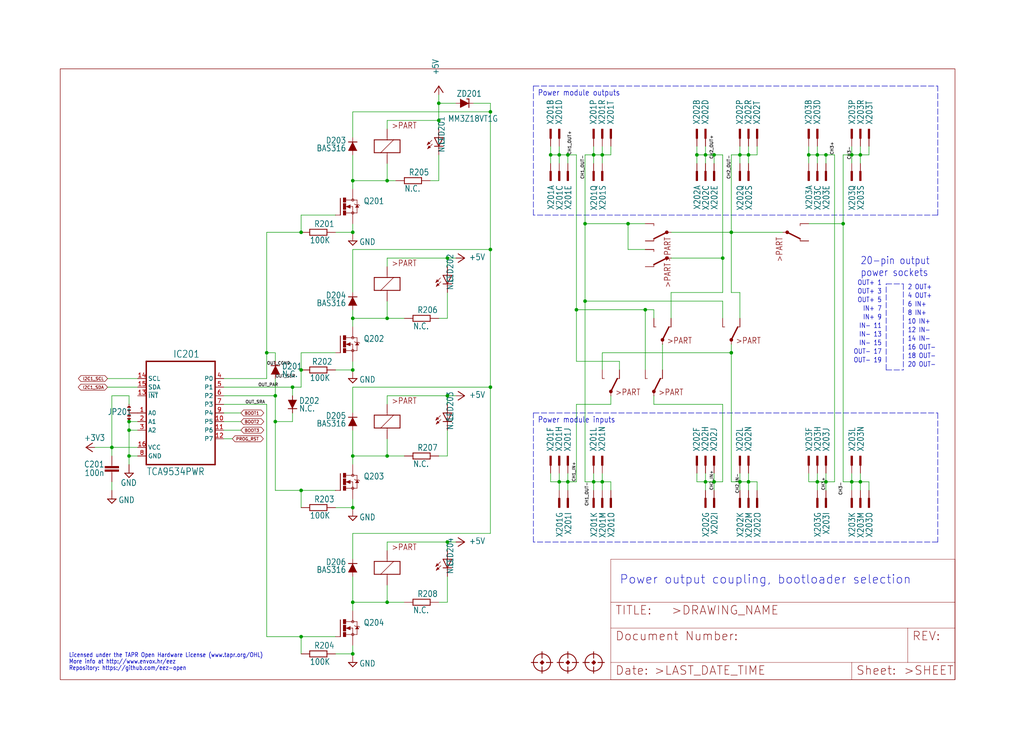
<source format=kicad_sch>
(kicad_sch (version 20211123) (generator eeschema)
  (paper "User" 302.311 221.386)
  (junction (at 190.5 91.44))
  (junction (at 170.18 91.44))
  (junction (at 177.8 45.72))
  (junction (at 81.28 124.46))
  (junction (at 215.9 104.14))
  (junction (at 114.3 93.98))
  (junction (at 38.1 124.46))
  (junction (at 104.14 134.62))
  (junction (at 104.14 53.34))
  (junction (at 254 45.72))
  (junction (at 78.74 104.14))
  (junction (at 144.78 114.3))
  (junction (at 167.64 45.72))
  (junction (at 129.54 35.56))
  (junction (at 254 142.24))
  (junction (at 172.72 66.04))
  (junction (at 251.46 142.24))
  (junction (at 241.3 45.72))
  (junction (at 88.9 68.58))
  (junction (at 33.02 132.08))
  (junction (at 208.28 45.72))
  (junction (at 185.42 66.04))
  (junction (at 210.82 45.72))
  (junction (at 162.56 45.72))
  (junction (at 243.84 45.72))
  (junction (at 205.74 45.72))
  (junction (at 165.1 142.24))
  (junction (at 104.14 193.04))
  (junction (at 88.9 144.78))
  (junction (at 243.84 142.24))
  (junction (at 104.14 149.86))
  (junction (at 114.3 177.8))
  (junction (at 215.9 68.58))
  (junction (at 104.14 93.98))
  (junction (at 238.76 45.72))
  (junction (at 241.3 142.24))
  (junction (at 38.1 134.62))
  (junction (at 175.26 142.24))
  (junction (at 132.08 116.84))
  (junction (at 38.1 127))
  (junction (at 177.8 142.24))
  (junction (at 220.98 45.72))
  (junction (at 172.72 88.9))
  (junction (at 218.44 142.24))
  (junction (at 104.14 177.8))
  (junction (at 132.08 160.02))
  (junction (at 248.92 66.04))
  (junction (at 208.28 142.24))
  (junction (at 218.44 45.72))
  (junction (at 165.1 45.72))
  (junction (at 251.46 45.72))
  (junction (at 81.28 116.84))
  (junction (at 86.36 114.3))
  (junction (at 144.78 73.66))
  (junction (at 129.54 30.48))
  (junction (at 144.78 33.02))
  (junction (at 210.82 142.24))
  (junction (at 114.3 53.34))
  (junction (at 220.98 142.24))
  (junction (at 213.36 76.2))
  (junction (at 104.14 68.58))
  (junction (at 175.26 45.72))
  (junction (at 167.64 142.24))
  (junction (at 104.14 109.22))
  (junction (at 88.9 187.96))
  (junction (at 132.08 76.2))
  (junction (at 114.3 134.62))
  (junction (at 88.9 109.22))
  (wire (pts (xy 114.3 76.2) (xy 114.3 78.74)))
  (wire (pts (xy 129.54 35.56) (xy 129.54 38.1)))
  (wire (pts (xy 246.38 142.24) (xy 246.38 45.72)))
  (wire (pts (xy 167.64 45.72) (xy 170.18 45.72)))
  (wire (pts (xy 66.04 121.92) (xy 71.12 121.92)))
  (wire (pts (xy 177.8 142.24) (xy 177.8 139.7)))
  (wire (pts (xy 144.78 157.48) (xy 144.78 114.3)))
  (wire (pts (xy 66.04 129.54) (xy 68.58 129.54)))
  (wire (pts (xy 66.04 114.3) (xy 86.36 114.3)))
  (wire (pts (xy 251.46 142.24) (xy 254 142.24)))
  (wire (pts (xy 66.04 116.84) (xy 81.28 116.84)))
  (wire (pts (xy 182.88 109.22) (xy 182.88 106.68)))
  (wire (pts (xy 78.74 119.38) (xy 78.74 187.96)))
  (wire (pts (xy 190.5 91.44) (xy 190.5 109.22)))
  (wire (pts (xy 165.1 45.72) (xy 167.64 45.72)))
  (wire (pts (xy 190.5 66.04) (xy 185.42 66.04)))
  (wire (pts (xy 114.3 134.62) (xy 114.3 129.54)))
  (wire (pts (xy 170.18 45.72) (xy 170.18 91.44)))
  (wire (pts (xy 248.92 142.24) (xy 248.92 66.04)))
  (wire (pts (xy 33.02 142.24) (xy 33.02 144.78)))
  (wire (pts (xy 193.04 116.84) (xy 193.04 119.38)))
  (polyline (pts (xy 157.48 25.4) (xy 276.86 25.4)))
  (wire (pts (xy 86.36 124.46) (xy 81.28 124.46)))
  (wire (pts (xy 238.76 142.24) (xy 238.76 139.7)))
  (wire (pts (xy 177.8 104.14) (xy 215.9 104.14)))
  (wire (pts (xy 40.64 114.3) (xy 31.75 114.3)))
  (wire (pts (xy 172.72 88.9) (xy 172.72 142.24)))
  (polyline (pts (xy 261.62 83.82) (xy 266.7 83.82)))
  (wire (pts (xy 243.84 45.72) (xy 246.38 45.72)))
  (wire (pts (xy 175.26 139.7) (xy 175.26 142.24)))
  (wire (pts (xy 254 144.78) (xy 254 142.24)))
  (wire (pts (xy 170.18 119.38) (xy 180.34 119.38)))
  (wire (pts (xy 134.62 116.84) (xy 132.08 116.84)))
  (wire (pts (xy 248.92 142.24) (xy 251.46 142.24)))
  (wire (pts (xy 180.34 45.72) (xy 180.34 43.18)))
  (wire (pts (xy 254 45.72) (xy 251.46 45.72)))
  (wire (pts (xy 223.52 45.72) (xy 223.52 43.18)))
  (wire (pts (xy 132.08 177.8) (xy 132.08 170.18)))
  (wire (pts (xy 210.82 142.24) (xy 208.28 142.24)))
  (wire (pts (xy 162.56 142.24) (xy 162.56 139.7)))
  (wire (pts (xy 220.98 45.72) (xy 218.44 45.72)))
  (wire (pts (xy 104.14 157.48) (xy 144.78 157.48)))
  (wire (pts (xy 215.9 104.14) (xy 215.9 142.24)))
  (wire (pts (xy 241.3 142.24) (xy 243.84 142.24)))
  (wire (pts (xy 213.36 76.2) (xy 213.36 45.72)))
  (wire (pts (xy 208.28 45.72) (xy 205.74 45.72)))
  (wire (pts (xy 114.3 119.38) (xy 114.3 116.84)))
  (wire (pts (xy 220.98 142.24) (xy 223.52 142.24)))
  (wire (pts (xy 210.82 139.7) (xy 210.82 142.24)))
  (wire (pts (xy 165.1 144.78) (xy 165.1 142.24)))
  (wire (pts (xy 104.14 68.58) (xy 99.06 68.58)))
  (wire (pts (xy 241.3 142.24) (xy 238.76 142.24)))
  (wire (pts (xy 167.64 144.78) (xy 167.64 142.24)))
  (wire (pts (xy 104.14 114.3) (xy 144.78 114.3)))
  (wire (pts (xy 172.72 88.9) (xy 172.72 66.04)))
  (wire (pts (xy 104.14 33.02) (xy 144.78 33.02)))
  (wire (pts (xy 78.74 68.58) (xy 88.9 68.58)))
  (wire (pts (xy 205.74 43.18) (xy 205.74 45.72)))
  (wire (pts (xy 88.9 144.78) (xy 81.28 144.78)))
  (wire (pts (xy 256.54 45.72) (xy 254 45.72)))
  (wire (pts (xy 175.26 142.24) (xy 172.72 142.24)))
  (wire (pts (xy 162.56 45.72) (xy 165.1 45.72)))
  (wire (pts (xy 114.3 35.56) (xy 114.3 38.1)))
  (wire (pts (xy 241.3 144.78) (xy 241.3 142.24)))
  (wire (pts (xy 210.82 144.78) (xy 210.82 142.24)))
  (polyline (pts (xy 261.62 109.22) (xy 261.62 83.82)))
  (wire (pts (xy 104.14 93.98) (xy 104.14 91.44)))
  (wire (pts (xy 193.04 91.44) (xy 190.5 91.44)))
  (wire (pts (xy 104.14 134.62) (xy 104.14 127)))
  (wire (pts (xy 167.64 48.26) (xy 167.64 45.72)))
  (wire (pts (xy 132.08 116.84) (xy 132.08 119.38)))
  (wire (pts (xy 81.28 124.46) (xy 81.28 144.78)))
  (polyline (pts (xy 276.86 121.92) (xy 276.86 160.02)))
  (wire (pts (xy 40.64 134.62) (xy 38.1 134.62)))
  (wire (pts (xy 104.14 55.88) (xy 104.14 53.34)))
  (wire (pts (xy 254 139.7) (xy 254 142.24)))
  (wire (pts (xy 78.74 111.76) (xy 78.74 104.14)))
  (wire (pts (xy 193.04 119.38) (xy 213.36 119.38)))
  (wire (pts (xy 170.18 142.24) (xy 170.18 119.38)))
  (wire (pts (xy 205.74 45.72) (xy 205.74 48.26)))
  (wire (pts (xy 208.28 142.24) (xy 205.74 142.24)))
  (polyline (pts (xy 157.48 121.92) (xy 276.86 121.92)))
  (wire (pts (xy 33.02 116.84) (xy 33.02 132.08)))
  (wire (pts (xy 256.54 43.18) (xy 256.54 45.72)))
  (wire (pts (xy 88.9 109.22) (xy 88.9 114.3)))
  (wire (pts (xy 144.78 114.3) (xy 144.78 73.66)))
  (wire (pts (xy 78.74 104.14) (xy 81.28 104.14)))
  (wire (pts (xy 190.5 73.66) (xy 185.42 73.66)))
  (wire (pts (xy 114.3 35.56) (xy 129.54 35.56)))
  (wire (pts (xy 248.92 66.04) (xy 248.92 45.72)))
  (wire (pts (xy 177.8 48.26) (xy 177.8 45.72)))
  (wire (pts (xy 251.46 45.72) (xy 248.92 45.72)))
  (wire (pts (xy 195.58 109.22) (xy 195.58 101.6)))
  (wire (pts (xy 243.84 139.7) (xy 243.84 142.24)))
  (wire (pts (xy 241.3 139.7) (xy 241.3 142.24)))
  (wire (pts (xy 175.26 45.72) (xy 177.8 45.72)))
  (wire (pts (xy 86.36 114.3) (xy 88.9 114.3)))
  (wire (pts (xy 213.36 86.36) (xy 213.36 76.2)))
  (wire (pts (xy 220.98 144.78) (xy 220.98 142.24)))
  (wire (pts (xy 129.54 30.48) (xy 129.54 35.56)))
  (wire (pts (xy 88.9 149.86) (xy 88.9 144.78)))
  (wire (pts (xy 114.3 93.98) (xy 104.14 93.98)))
  (wire (pts (xy 78.74 104.14) (xy 78.74 68.58)))
  (wire (pts (xy 114.3 116.84) (xy 132.08 116.84)))
  (wire (pts (xy 38.1 124.46) (xy 38.1 127)))
  (wire (pts (xy 208.28 144.78) (xy 208.28 142.24)))
  (wire (pts (xy 177.8 109.22) (xy 177.8 104.14)))
  (wire (pts (xy 215.9 104.14) (xy 215.9 101.6)))
  (wire (pts (xy 243.84 45.72) (xy 241.3 45.72)))
  (wire (pts (xy 104.14 96.52) (xy 104.14 93.98)))
  (wire (pts (xy 114.3 53.34) (xy 104.14 53.34)))
  (wire (pts (xy 86.36 121.92) (xy 86.36 124.46)))
  (wire (pts (xy 167.64 142.24) (xy 170.18 142.24)))
  (wire (pts (xy 177.8 142.24) (xy 175.26 142.24)))
  (wire (pts (xy 208.28 139.7) (xy 208.28 142.24)))
  (wire (pts (xy 182.88 106.68) (xy 170.18 106.68)))
  (wire (pts (xy 104.14 40.64) (xy 104.14 33.02)))
  (wire (pts (xy 218.44 142.24) (xy 220.98 142.24)))
  (wire (pts (xy 218.44 139.7) (xy 218.44 142.24)))
  (wire (pts (xy 208.28 45.72) (xy 210.82 45.72)))
  (wire (pts (xy 198.12 86.36) (xy 213.36 86.36)))
  (wire (pts (xy 185.42 73.66) (xy 185.42 66.04)))
  (wire (pts (xy 40.64 132.08) (xy 33.02 132.08)))
  (polyline (pts (xy 276.86 63.5) (xy 157.48 63.5)))
  (wire (pts (xy 114.3 53.34) (xy 116.84 53.34)))
  (wire (pts (xy 104.14 66.04) (xy 104.14 68.58)))
  (polyline (pts (xy 276.86 160.02) (xy 157.48 160.02)))
  (wire (pts (xy 165.1 142.24) (xy 167.64 142.24)))
  (wire (pts (xy 132.08 134.62) (xy 132.08 127)))
  (wire (pts (xy 99.06 104.14) (xy 88.9 104.14)))
  (wire (pts (xy 218.44 86.36) (xy 215.9 86.36)))
  (wire (pts (xy 238.76 66.04) (xy 248.92 66.04)))
  (wire (pts (xy 254 45.72) (xy 254 43.18)))
  (wire (pts (xy 88.9 187.96) (xy 88.9 193.04)))
  (wire (pts (xy 33.02 134.62) (xy 33.02 132.08)))
  (wire (pts (xy 241.3 45.72) (xy 238.76 45.72)))
  (wire (pts (xy 38.1 134.62) (xy 38.1 137.16)))
  (wire (pts (xy 175.26 144.78) (xy 175.26 142.24)))
  (wire (pts (xy 218.44 142.24) (xy 215.9 142.24)))
  (wire (pts (xy 127 53.34) (xy 129.54 53.34)))
  (wire (pts (xy 238.76 48.26) (xy 238.76 45.72)))
  (wire (pts (xy 104.14 53.34) (xy 104.14 45.72)))
  (wire (pts (xy 99.06 144.78) (xy 88.9 144.78)))
  (wire (pts (xy 129.54 134.62) (xy 132.08 134.62)))
  (wire (pts (xy 223.52 45.72) (xy 220.98 45.72)))
  (wire (pts (xy 251.46 45.72) (xy 251.46 48.26)))
  (wire (pts (xy 205.74 142.24) (xy 205.74 139.7)))
  (wire (pts (xy 238.76 45.72) (xy 238.76 43.18)))
  (wire (pts (xy 66.04 127) (xy 71.12 127)))
  (wire (pts (xy 208.28 45.72) (xy 208.28 48.26)))
  (wire (pts (xy 241.3 43.18) (xy 241.3 45.72)))
  (wire (pts (xy 66.04 119.38) (xy 78.74 119.38)))
  (wire (pts (xy 114.3 48.26) (xy 114.3 53.34)))
  (wire (pts (xy 218.44 48.26) (xy 218.44 45.72)))
  (wire (pts (xy 177.8 45.72) (xy 177.8 43.18)))
  (wire (pts (xy 218.44 93.98) (xy 218.44 86.36)))
  (wire (pts (xy 180.34 119.38) (xy 180.34 116.84)))
  (wire (pts (xy 104.14 73.66) (xy 144.78 73.66)))
  (wire (pts (xy 213.36 142.24) (xy 213.36 119.38)))
  (wire (pts (xy 38.1 127) (xy 38.1 134.62)))
  (wire (pts (xy 177.8 144.78) (xy 177.8 142.24)))
  (wire (pts (xy 38.1 119.38) (xy 38.1 116.84)))
  (wire (pts (xy 114.3 160.02) (xy 132.08 160.02)))
  (wire (pts (xy 114.3 172.72) (xy 114.3 177.8)))
  (wire (pts (xy 210.82 45.72) (xy 213.36 45.72)))
  (wire (pts (xy 215.9 68.58) (xy 215.9 45.72)))
  (wire (pts (xy 132.08 76.2) (xy 132.08 78.74)))
  (wire (pts (xy 38.1 116.84) (xy 33.02 116.84)))
  (wire (pts (xy 162.56 142.24) (xy 165.1 142.24)))
  (wire (pts (xy 241.3 48.26) (xy 241.3 45.72)))
  (wire (pts (xy 104.14 86.36) (xy 104.14 73.66)))
  (wire (pts (xy 81.28 104.14) (xy 81.28 106.68)))
  (wire (pts (xy 215.9 86.36) (xy 215.9 68.58)))
  (wire (pts (xy 114.3 93.98) (xy 119.38 93.98)))
  (wire (pts (xy 198.12 93.98) (xy 198.12 86.36)))
  (wire (pts (xy 165.1 142.24) (xy 165.1 139.7)))
  (wire (pts (xy 81.28 116.84) (xy 81.28 124.46)))
  (polyline (pts (xy 261.62 109.22) (xy 266.7 109.22)))
  (wire (pts (xy 40.64 127) (xy 38.1 127)))
  (wire (pts (xy 134.62 160.02) (xy 132.08 160.02)))
  (wire (pts (xy 243.84 142.24) (xy 246.38 142.24)))
  (wire (pts (xy 254 45.72) (xy 254 48.26)))
  (wire (pts (xy 218.44 45.72) (xy 215.9 45.72)))
  (polyline (pts (xy 266.7 83.82) (xy 266.7 109.22)))
  (wire (pts (xy 175.26 43.18) (xy 175.26 45.72)))
  (wire (pts (xy 104.14 180.34) (xy 104.14 177.8)))
  (wire (pts (xy 220.98 139.7) (xy 220.98 142.24)))
  (wire (pts (xy 251.46 139.7) (xy 251.46 142.24)))
  (wire (pts (xy 129.54 27.94) (xy 129.54 30.48)))
  (wire (pts (xy 167.64 142.24) (xy 167.64 139.7)))
  (wire (pts (xy 177.8 45.72) (xy 180.34 45.72)))
  (wire (pts (xy 88.9 109.22) (xy 88.9 104.14)))
  (wire (pts (xy 104.14 121.92) (xy 104.14 114.3)))
  (wire (pts (xy 129.54 93.98) (xy 132.08 93.98)))
  (wire (pts (xy 81.28 116.84) (xy 81.28 111.76)))
  (wire (pts (xy 172.72 45.72) (xy 175.26 45.72)))
  (wire (pts (xy 88.9 187.96) (xy 78.74 187.96)))
  (wire (pts (xy 144.78 30.48) (xy 144.78 33.02)))
  (wire (pts (xy 180.34 142.24) (xy 180.34 144.78)))
  (wire (pts (xy 215.9 68.58) (xy 198.12 68.58)))
  (wire (pts (xy 180.34 142.24) (xy 177.8 142.24)))
  (wire (pts (xy 198.12 76.2) (xy 213.36 76.2)))
  (wire (pts (xy 165.1 43.18) (xy 165.1 45.72)))
  (wire (pts (xy 213.36 88.9) (xy 172.72 88.9)))
  (polyline (pts (xy 157.48 160.02) (xy 157.48 121.92)))
  (wire (pts (xy 193.04 93.98) (xy 193.04 91.44)))
  (wire (pts (xy 162.56 45.72) (xy 162.56 43.18)))
  (wire (pts (xy 129.54 177.8) (xy 132.08 177.8)))
  (wire (pts (xy 114.3 134.62) (xy 104.14 134.62)))
  (wire (pts (xy 104.14 149.86) (xy 104.14 147.32)))
  (wire (pts (xy 114.3 76.2) (xy 132.08 76.2)))
  (wire (pts (xy 251.46 43.18) (xy 251.46 45.72)))
  (wire (pts (xy 134.62 30.48) (xy 129.54 30.48)))
  (wire (pts (xy 254 142.24) (xy 256.54 142.24)))
  (wire (pts (xy 99.06 187.96) (xy 88.9 187.96)))
  (wire (pts (xy 104.14 190.5) (xy 104.14 193.04)))
  (wire (pts (xy 99.06 63.5) (xy 88.9 63.5)))
  (wire (pts (xy 114.3 160.02) (xy 114.3 162.56)))
  (polyline (pts (xy 276.86 63.5) (xy 276.86 25.4)))
  (wire (pts (xy 208.28 43.18) (xy 208.28 45.72)))
  (wire (pts (xy 220.98 45.72) (xy 220.98 43.18)))
  (wire (pts (xy 104.14 149.86) (xy 99.06 149.86)))
  (wire (pts (xy 114.3 88.9) (xy 114.3 93.98)))
  (wire (pts (xy 132.08 93.98) (xy 132.08 86.36)))
  (wire (pts (xy 220.98 48.26) (xy 220.98 45.72)))
  (wire (pts (xy 104.14 109.22) (xy 99.06 109.22)))
  (wire (pts (xy 162.56 48.26) (xy 162.56 45.72)))
  (wire (pts (xy 40.64 124.46) (xy 38.1 124.46)))
  (wire (pts (xy 134.62 76.2) (xy 132.08 76.2)))
  (wire (pts (xy 66.04 111.76) (xy 78.74 111.76)))
  (wire (pts (xy 144.78 73.66) (xy 144.78 33.02)))
  (wire (pts (xy 119.38 134.62) (xy 114.3 134.62)))
  (wire (pts (xy 132.08 160.02) (xy 132.08 162.56)))
  (wire (pts (xy 104.14 165.1) (xy 104.14 157.48)))
  (wire (pts (xy 243.84 142.24) (xy 243.84 144.78)))
  (wire (pts (xy 33.02 132.08) (xy 27.94 132.08)))
  (wire (pts (xy 256.54 142.24) (xy 256.54 144.78)))
  (wire (pts (xy 40.64 111.76) (xy 31.75 111.76)))
  (wire (pts (xy 66.04 124.46) (xy 71.12 124.46)))
  (wire (pts (xy 104.14 137.16) (xy 104.14 134.62)))
  (wire (pts (xy 218.44 142.24) (xy 218.44 144.78)))
  (wire (pts (xy 165.1 45.72) (xy 165.1 48.26)))
  (wire (pts (xy 114.3 177.8) (xy 119.38 177.8)))
  (wire (pts (xy 170.18 106.68) (xy 170.18 91.44)))
  (wire (pts (xy 213.36 93.98) (xy 213.36 88.9)))
  (wire (pts (xy 175.26 48.26) (xy 175.26 45.72)))
  (wire (pts (xy 104.14 106.68) (xy 104.14 109.22)))
  (wire (pts (xy 251.46 144.78) (xy 251.46 142.24)))
  (wire (pts (xy 215.9 68.58) (xy 231.14 68.58)))
  (wire (pts (xy 218.44 45.72) (xy 218.44 43.18)))
  (wire (pts (xy 114.3 177.8) (xy 104.14 177.8)))
  (wire (pts (xy 104.14 177.8) (xy 104.14 170.18)))
  (wire (pts (xy 88.9 68.58) (xy 88.9 63.5)))
  (wire (pts (xy 129.54 53.34) (xy 129.54 45.72)))
  (wire (pts (xy 99.06 193.04) (xy 104.14 193.04)))
  (wire (pts (xy 172.72 66.04) (xy 172.72 45.72)))
  (wire (pts (xy 190.5 91.44) (xy 170.18 91.44)))
  (polyline (pts (xy 157.48 63.5) (xy 157.48 25.4)))
  (wire (pts (xy 243.84 48.26) (xy 243.84 45.72)))
  (wire (pts (xy 223.52 142.24) (xy 223.52 144.78)))
  (wire (pts (xy 210.82 45.72) (xy 210.82 48.26)))
  (wire (pts (xy 185.42 66.04) (xy 172.72 66.04)))
  (wire (pts (xy 86.36 116.84) (xy 86.36 114.3)))
  (wire (pts (xy 139.7 30.48) (xy 144.78 30.48)))
  (wire (pts (xy 210.82 142.24) (xy 213.36 142.24)))
  (text "18 OUT-" (at 267.97 106.045 180) (effects (font (size 1.4224 1.209)) (justify left bottom)))
  (text "Power module inputs" (at 158.75 125.095 180) (effects (font (size 1.6764 1.4249)) (justify left bottom)))
  (text "Repository: https://github.com/eez-open" (at 20.32 198.12 180) (effects (font (size 1.27 1.0795)) (justify left bottom)))
  (text "4 OUT+" (at 267.97 88.265 180) (effects (font (size 1.4224 1.209)) (justify left bottom)))
  (text "20 OUT-" (at 267.97 108.585 180) (effects (font (size 1.4224 1.209)) (justify left bottom)))
  (text "20-pin output\npower sockets" (at 254 81.915 180) (effects (font (size 2.1844 1.8567)) (justify left bottom)))
  (text "OUT- 19" (at 260.35 107.315 180) (effects (font (size 1.4224 1.209)) (justify right bottom)))
  (text "OUT+ 1" (at 260.35 84.455 180) (effects (font (size 1.4224 1.209)) (justify right bottom)))
  (text "OUT+ 5" (at 260.35 89.535 180) (effects (font (size 1.4224 1.209)) (justify right bottom)))
  (text "Power output coupling, bootloader selection" (at 182.88 172.72 180) (effects (font (size 2.54 2.54)) (justify left bottom)))
  (text "OUT+ 3" (at 260.35 86.995 180) (effects (font (size 1.4224 1.209)) (justify right bottom)))
  (text "16 OUT-" (at 267.97 103.505 180) (effects (font (size 1.4224 1.209)) (justify left bottom)))
  (text "Licensed under the TAPR Open Hardware License (www.tapr.org/OHL)" (at 20.32 194.31 180) (effects (font (size 1.27 1.0795)) (justify left bottom)))
  (text "IN- 13" (at 260.35 99.695 180) (effects (font (size 1.4224 1.209)) (justify right bottom)))
  (text "8 IN+" (at 267.97 93.345 180) (effects (font (size 1.4224 1.209)) (justify left bottom)))
  (text "2 OUT+" (at 267.97 85.725 180) (effects (font (size 1.4224 1.209)) (justify left bottom)))
  (text "12 IN-" (at 267.97 98.425 180) (effects (font (size 1.4224 1.209)) (justify left bottom)))
  (text "OUT- 17" (at 260.35 104.775 180) (effects (font (size 1.4224 1.209)) (justify right bottom)))
  (text "6 IN+" (at 267.97 90.805 180) (effects (font (size 1.4224 1.209)) (justify left bottom)))
  (text "10 IN+" (at 267.97 95.885 180) (effects (font (size 1.4224 1.209)) (justify left bottom)))
  (text "More info at http://www.envox.hr/eez" (at 20.32 196.215 180) (effects (font (size 1.27 1.0795)) (justify left bottom)))
  (text "Power module outputs" (at 158.75 28.575 180) (effects (font (size 1.6764 1.4249)) (justify left bottom)))
  (text "IN- 11" (at 260.35 97.155 180) (effects (font (size 1.4224 1.209)) (justify right bottom)))
  (text "IN+ 7" (at 260.35 92.075 180) (effects (font (size 1.4224 1.209)) (justify right bottom)))
  (text "IN- 15" (at 260.35 102.235 180) (effects (font (size 1.4224 1.209)) (justify right bottom)))
  (text "14 IN-" (at 267.97 100.965 180) (effects (font (size 1.4224 1.209)) (justify left bottom)))
  (text "IN+ 9" (at 260.35 94.615 180) (effects (font (size 1.4224 1.209)) (justify right bottom)))
  (label "OUT_CGND" (at 78.74 107.95 0) (effects (font (size 0.889 0.889))))
  (label "OUT_SRA" (at 72.39 119.38 0) (effects (font (size 0.889 0.889))))
  (label "CH2_OUT+" (at 210.82 46.99 90) (effects (font (size 0.889 0.889))))
  (label "CH1_IN+" (at 170.18 142.24 90) (effects (font (size 0.889 0.889))))
  (label "CH1_OUT+" (at 168.91 45.72 90) (effects (font (size 0.889 0.889))))
  (label "CH1_OUT-" (at 172.72 45.72 270) (effects (font (size 0.889 0.889))))
  (label "CH3+" (at 246.38 45.72 90) (effects (font (size 0.889 0.889))))
  (label "CH2_IN-" (at 218.44 139.7 270) (effects (font (size 0.889 0.889))))
  (label "OUT_SER" (at 81.28 111.76 0) (effects (font (size 0.889 0.889))))
  (label "OUT_PAR" (at 76.2 114.3 0) (effects (font (size 0.889 0.889))))
  (label "CH2_IN+" (at 210.82 144.78 90) (effects (font (size 0.889 0.889))))
  (label "CH3-" (at 248.92 142.24 270) (effects (font (size 0.889 0.889))))
  (label "CH2_OUT-" (at 215.9 45.72 270) (effects (font (size 0.889 0.889))))
  (label "CH1_OUT-" (at 173.99 142.24 270) (effects (font (size 0.889 0.889))))
  (label "CH3+" (at 243.84 144.78 90) (effects (font (size 0.889 0.889))))
  (label "CH3-" (at 251.46 43.18 270) (effects (font (size 0.889 0.889))))
  (global_label "BOOT2" (shape bidirectional) (at 71.12 124.46 0) (effects (font (size 0.889 0.889))) (property "Intersheet References" "${INTERSHEET_REFS}" (effects hide)))
  (global_label "I2C1_SDA" (shape bidirectional) (at 31.75 114.3 180) (effects (font (size 0.889 0.889))) (property "Intersheet References" "${INTERSHEET_REFS}" (effects hide)))
  (global_label "I2C1_SCL" (shape bidirectional) (at 31.75 111.76 180) (effects (font (size 0.889 0.889))) (property "Intersheet References" "${INTERSHEET_REFS}" (effects hide)))
  (global_label "BOOT3" (shape bidirectional) (at 71.12 127 0) (effects (font (size 0.889 0.889))) (property "Intersheet References" "${INTERSHEET_REFS}" (effects hide)))
  (global_label "PROG_RST" (shape bidirectional) (at 68.58 129.54 0) (effects (font (size 0.889 0.889))) (property "Intersheet References" "${INTERSHEET_REFS}" (effects hide)))
  (global_label "BOOT1" (shape bidirectional) (at 71.12 121.92 0) (effects (font (size 0.889 0.889))) (property "Intersheet References" "${INTERSHEET_REFS}" (effects hide)))
  (symbol (lib_id "EEZ_DIB_BP3C_r3B3-eagle-import:2N7002") (at 101.6 101.6 0) (unit 1)
    (property "Reference" "Q202" (at 107.315 100.965 0) (effects (font (size 1.778 1.5113)) (justify left bottom)))
    (property "Value" "2N7002" (at 107.315 103.505 0) (effects (font (size 1.778 1.5113)) (justify left bottom)))
    (property "Footprint" "EEZ_DIB_BP3C_r3B3:SOT103P240X110-3N" (effects hide))
  )
  (symbol (lib_id "EEZ_DIB_BP3C_r3B3-eagle-import:DS1021-210SF11") (at 162.56 43.18 270) (unit 2)
    (property "Reference" "X201" (at 163.449 36.83 0) (effects (font (size 1.778 1.5113)) (justify right top)))
    (property "Value" "ZL202-20G" (effects hide))
    (property "Footprint" "EEZ_DIB_BP3C_r3B3:DS1021-2*10SF11" (effects hide))
  )
  (symbol (lib_id "EEZ_DIB_BP3C_r3B3-eagle-import:DS1021-210SF11") (at 220.98 144.78 90) (unit 13)
    (property "Reference" "X202" (at 220.091 151.13 0) (effects (font (size 1.778 1.5113)) (justify right top)))
    (property "Value" "ZL202-20G" (effects hide))
    (property "Footprint" "EEZ_DIB_BP3C_r3B3:DS1021-2*10SF11" (effects hide))
  )
  (symbol (lib_id "EEZ_DIB_BP3C_r3B3-eagle-import:DS1021-210SF11") (at 256.54 144.78 90) (unit 15)
    (property "Reference" "X203" (at 255.651 151.13 0) (effects (font (size 1.778 1.5113)) (justify right top)))
    (property "Value" "ZL202-20G" (effects hide))
    (property "Footprint" "EEZ_DIB_BP3C_r3B3:DS1021-2*10SF11" (effects hide))
  )
  (symbol (lib_id "EEZ_DIB_BP3C_r3B3-eagle-import:DS1021-210SF11") (at 243.84 48.26 90) (unit 5)
    (property "Reference" "X203" (at 242.951 54.61 0) (effects (font (size 1.778 1.5113)) (justify right top)))
    (property "Value" "ZL202-20G" (effects hide))
    (property "Footprint" "EEZ_DIB_BP3C_r3B3:DS1021-2*10SF11" (effects hide))
  )
  (symbol (lib_id "EEZ_DIB_BP3C_r3B3-eagle-import:2N7002") (at 101.6 142.24 0) (unit 1)
    (property "Reference" "Q203" (at 107.315 141.605 0) (effects (font (size 1.778 1.5113)) (justify left bottom)))
    (property "Value" "2N7002" (at 107.315 144.145 0) (effects (font (size 1.778 1.5113)) (justify left bottom)))
    (property "Footprint" "EEZ_DIB_BP3C_r3B3:SOT103P240X110-3N" (effects hide))
  )
  (symbol (lib_id "EEZ_DIB_BP3C_r3B3-eagle-import:R-EU_R0805") (at 124.46 177.8 180) (unit 1)
    (property "Reference" "R208" (at 123.19 176.3014 0) (effects (font (size 1.778 1.5113)) (justify right top)))
    (property "Value" "N.C." (at 121.92 181.102 0) (effects (font (size 1.778 1.5113)) (justify right top)))
    (property "Footprint" "EEZ_DIB_BP3C_r3B3:R0805" (effects hide))
  )
  (symbol (lib_id "EEZ_DIB_BP3C_r3B3-eagle-import:R-EU_R0805") (at 93.98 193.04 180) (unit 1)
    (property "Reference" "R204" (at 92.71 191.5414 0) (effects (font (size 1.778 1.5113)) (justify right top)))
    (property "Value" "100K" (at 91.44 196.342 0) (effects (font (size 1.778 1.5113)) (justify right top)))
    (property "Footprint" "EEZ_DIB_BP3C_r3B3:R0805" (effects hide))
  )
  (symbol (lib_id "EEZ_DIB_BP3C_r3B3-eagle-import:2N7002") (at 101.6 185.42 0) (unit 1)
    (property "Reference" "Q204" (at 107.315 184.785 0) (effects (font (size 1.778 1.5113)) (justify left bottom)))
    (property "Value" "2N7002" (at 107.315 187.325 0) (effects (font (size 1.778 1.5113)) (justify left bottom)))
    (property "Footprint" "EEZ_DIB_BP3C_r3B3:SOT103P240X110-3N" (effects hide))
  )
  (symbol (lib_id "EEZ_DIB_BP3C_r3B3-eagle-import:+5V") (at 137.16 116.84 270) (unit 1)
    (property "Reference" "#P+0203" (effects hide))
    (property "Value" "+5V" (at 138.43 115.57 90) (effects (font (size 1.778 1.5113)) (justify left top)))
    (property "Footprint" "EEZ_DIB_BP3C_r3B3:" (effects hide))
  )
  (symbol (lib_id "EEZ_DIB_BP3C_r3B3-eagle-import:DS1021-210SF11") (at 241.3 144.78 90) (unit 7)
    (property "Reference" "X203" (at 240.411 151.13 0) (effects (font (size 1.778 1.5113)) (justify right top)))
    (property "Value" "ZL202-20G" (effects hide))
    (property "Footprint" "EEZ_DIB_BP3C_r3B3:DS1021-2*10SF11" (effects hide))
  )
  (symbol (lib_id "EEZ_DIB_BP3C_r3B3-eagle-import:+3V3") (at 25.4 132.08 90) (unit 1)
    (property "Reference" "#+3V0201" (effects hide))
    (property "Value" "+3V3" (at 24.765 128.27 90) (effects (font (size 1.778 1.5113)) (justify right bottom)))
    (property "Footprint" "EEZ_DIB_BP3C_r3B3:" (effects hide))
  )
  (symbol (lib_id "EEZ_DIB_BP3C_r3B3-eagle-import:RELAY_RT314012-2") (at 114.3 43.18 0) (unit 1)
    (property "Reference" "K201" (effects hide))
    (property "Value" "RT424005" (effects hide))
    (property "Footprint" "EEZ_DIB_BP3C_r3B3:RT-C_016A5_ROUND" (effects hide))
  )
  (symbol (lib_id "EEZ_DIB_BP3C_r3B3-eagle-import:DS1021-210SF11") (at 210.82 48.26 90) (unit 5)
    (property "Reference" "X202" (at 209.931 54.61 0) (effects (font (size 1.778 1.5113)) (justify right top)))
    (property "Value" "ZL202-20G" (effects hide))
    (property "Footprint" "EEZ_DIB_BP3C_r3B3:DS1021-2*10SF11" (effects hide))
  )
  (symbol (lib_id "EEZ_DIB_BP3C_r3B3-eagle-import:DS1021-210SF11") (at 180.34 144.78 90) (unit 15)
    (property "Reference" "X201" (at 179.451 151.13 0) (effects (font (size 1.778 1.5113)) (justify right top)))
    (property "Value" "ZL202-20G" (effects hide))
    (property "Footprint" "EEZ_DIB_BP3C_r3B3:DS1021-2*10SF11" (effects hide))
  )
  (symbol (lib_id "EEZ_DIB_BP3C_r3B3-eagle-import:GND") (at 38.1 139.7 0) (unit 1)
    (property "Reference" "#SUPPLY0202" (effects hide))
    (property "Value" "GND" (at 35.56 143.51 0) (effects (font (size 1.778 1.5113)) (justify left bottom)))
    (property "Footprint" "EEZ_DIB_BP3C_r3B3:" (effects hide))
  )
  (symbol (lib_id "EEZ_DIB_BP3C_r3B3-eagle-import:DS1021-210SF11") (at 175.26 48.26 90) (unit 17)
    (property "Reference" "X201" (at 174.371 54.61 0) (effects (font (size 1.778 1.5113)) (justify right top)))
    (property "Value" "ZL202-20G" (effects hide))
    (property "Footprint" "EEZ_DIB_BP3C_r3B3:DS1021-2*10SF11" (effects hide))
  )
  (symbol (lib_id "EEZ_DIB_BP3C_r3B3-eagle-import:DS1021-210SF11") (at 208.28 43.18 270) (unit 4)
    (property "Reference" "X202" (at 209.169 36.83 0) (effects (font (size 1.778 1.5113)) (justify right top)))
    (property "Value" "ZL202-20G" (effects hide))
    (property "Footprint" "EEZ_DIB_BP3C_r3B3:DS1021-2*10SF11" (effects hide))
  )
  (symbol (lib_id "EEZ_DIB_BP3C_r3B3-eagle-import:FIDUCIAL") (at 175.26 195.58 0) (unit 1)
    (property "Reference" "FM203" (effects hide))
    (property "Value" "FIDUCIAL" (effects hide))
    (property "Footprint" "EEZ_DIB_BP3C_r3B3:FIDUCIAL" (effects hide))
  )
  (symbol (lib_id "EEZ_DIB_BP3C_r3B3-eagle-import:GND") (at 33.02 147.32 0) (unit 1)
    (property "Reference" "#SUPPLY0201" (effects hide))
    (property "Value" "GND" (at 34.925 148.59 0) (effects (font (size 1.778 1.5113)) (justify left bottom)))
    (property "Footprint" "EEZ_DIB_BP3C_r3B3:" (effects hide))
  )
  (symbol (lib_id "EEZ_DIB_BP3C_r3B3-eagle-import:DS1021-210SF11") (at 254 144.78 90) (unit 13)
    (property "Reference" "X203" (at 253.111 151.13 0) (effects (font (size 1.778 1.5113)) (justify right top)))
    (property "Value" "ZL202-20G" (effects hide))
    (property "Footprint" "EEZ_DIB_BP3C_r3B3:DS1021-2*10SF11" (effects hide))
  )
  (symbol (lib_id "EEZ_DIB_BP3C_r3B3-eagle-import:DS1021-210SF11") (at 167.64 144.78 90) (unit 9)
    (property "Reference" "X201" (at 166.751 151.13 0) (effects (font (size 1.778 1.5113)) (justify right top)))
    (property "Value" "ZL202-20G" (effects hide))
    (property "Footprint" "EEZ_DIB_BP3C_r3B3:DS1021-2*10SF11" (effects hide))
  )
  (symbol (lib_id "EEZ_DIB_BP3C_r3B3-eagle-import:GND") (at 104.14 195.58 0) (unit 1)
    (property "Reference" "#SUPPLY0206" (effects hide))
    (property "Value" "GND" (at 106.045 196.85 0) (effects (font (size 1.778 1.5113)) (justify left bottom)))
    (property "Footprint" "EEZ_DIB_BP3C_r3B3:" (effects hide))
  )
  (symbol (lib_id "EEZ_DIB_BP3C_r3B3-eagle-import:DS1021-210SF11") (at 165.1 139.7 270) (unit 8)
    (property "Reference" "X201" (at 165.989 133.35 0) (effects (font (size 1.778 1.5113)) (justify right top)))
    (property "Value" "ZL202-20G" (effects hide))
    (property "Footprint" "EEZ_DIB_BP3C_r3B3:DS1021-2*10SF11" (effects hide))
  )
  (symbol (lib_id "EEZ_DIB_BP3C_r3B3-eagle-import:DS1021-210SF11") (at 238.76 43.18 270) (unit 2)
    (property "Reference" "X203" (at 239.649 36.83 0) (effects (font (size 1.778 1.5113)) (justify right top)))
    (property "Value" "ZL202-20G" (effects hide))
    (property "Footprint" "EEZ_DIB_BP3C_r3B3:DS1021-2*10SF11" (effects hide))
  )
  (symbol (lib_id "EEZ_DIB_BP3C_r3B3-eagle-import:DS1021-210SF11") (at 205.74 43.18 270) (unit 2)
    (property "Reference" "X202" (at 206.629 36.83 0) (effects (font (size 1.778 1.5113)) (justify right top)))
    (property "Value" "ZL202-20G" (effects hide))
    (property "Footprint" "EEZ_DIB_BP3C_r3B3:DS1021-2*10SF11" (effects hide))
  )
  (symbol (lib_id "EEZ_DIB_BP3C_r3B3-eagle-import:DIODESOD323R") (at 104.14 43.18 90) (unit 1)
    (property "Reference" "D203" (at 102.235 40.4876 90) (effects (font (size 1.778 1.5113)) (justify left bottom)))
    (property "Value" "BAS316" (at 102.235 42.7736 90) (effects (font (size 1.778 1.5113)) (justify left bottom)))
    (property "Footprint" "EEZ_DIB_BP3C_r3B3:SOD323-R" (effects hide))
  )
  (symbol (lib_id "EEZ_DIB_BP3C_r3B3-eagle-import:DS1021-210SF11") (at 205.74 139.7 270) (unit 6)
    (property "Reference" "X202" (at 206.629 133.35 0) (effects (font (size 1.778 1.5113)) (justify right top)))
    (property "Value" "ZL202-20G" (effects hide))
    (property "Footprint" "EEZ_DIB_BP3C_r3B3:DS1021-2*10SF11" (effects hide))
  )
  (symbol (lib_id "EEZ_DIB_BP3C_r3B3-eagle-import:DIODESOD323R") (at 104.14 88.9 90) (unit 1)
    (property "Reference" "D204" (at 102.235 86.2076 90) (effects (font (size 1.778 1.5113)) (justify left bottom)))
    (property "Value" "BAS316" (at 102.235 88.4936 90) (effects (font (size 1.778 1.5113)) (justify left bottom)))
    (property "Footprint" "EEZ_DIB_BP3C_r3B3:SOD323-R" (effects hide))
  )
  (symbol (lib_id "EEZ_DIB_BP3C_r3B3-eagle-import:C-EUC0603") (at 33.02 137.16 0) (unit 1)
    (property "Reference" "C201" (at 30.861 138.049 0) (effects (font (size 1.778 1.5113)) (justify right bottom)))
    (property "Value" "100n" (at 30.861 140.589 0) (effects (font (size 1.778 1.5113)) (justify right bottom)))
    (property "Footprint" "EEZ_DIB_BP3C_r3B3:C0603" (effects hide))
  )
  (symbol (lib_id "EEZ_DIB_BP3C_r3B3-eagle-import:DS1021-210SF11") (at 210.82 144.78 90) (unit 9)
    (property "Reference" "X202" (at 209.931 151.13 0) (effects (font (size 1.778 1.5113)) (justify right top)))
    (property "Value" "ZL202-20G" (effects hide))
    (property "Footprint" "EEZ_DIB_BP3C_r3B3:DS1021-2*10SF11" (effects hide))
  )
  (symbol (lib_id "EEZ_DIB_BP3C_r3B3-eagle-import:DS1021-210SF11") (at 251.46 139.7 90) (mirror x) (unit 12)
    (property "Reference" "X203" (at 250.571 133.35 0) (effects (font (size 1.778 1.5113)) (justify right top)))
    (property "Value" "ZL202-20G" (effects hide))
    (property "Footprint" "EEZ_DIB_BP3C_r3B3:DS1021-2*10SF11" (effects hide))
  )
  (symbol (lib_id "EEZ_DIB_BP3C_r3B3-eagle-import:DS1021-210SF11") (at 223.52 43.18 270) (unit 20)
    (property "Reference" "X202" (at 224.409 36.83 0) (effects (font (size 1.778 1.5113)) (justify right top)))
    (property "Value" "ZL202-20G" (effects hide))
    (property "Footprint" "EEZ_DIB_BP3C_r3B3:DS1021-2*10SF11" (effects hide))
  )
  (symbol (lib_id "EEZ_DIB_BP3C_r3B3-eagle-import:DS1021-210SF11") (at 220.98 48.26 90) (unit 19)
    (property "Reference" "X202" (at 220.091 54.61 0) (effects (font (size 1.778 1.5113)) (justify right top)))
    (property "Value" "ZL202-20G" (effects hide))
    (property "Footprint" "EEZ_DIB_BP3C_r3B3:DS1021-2*10SF11" (effects hide))
  )
  (symbol (lib_id "EEZ_DIB_BP3C_r3B3-eagle-import:DS1021-210SF11") (at 238.76 139.7 90) (mirror x) (unit 6)
    (property "Reference" "X203" (at 237.871 133.35 0) (effects (font (size 1.778 1.5113)) (justify right top)))
    (property "Value" "ZL202-20G" (effects hide))
    (property "Footprint" "EEZ_DIB_BP3C_r3B3:DS1021-2*10SF11" (effects hide))
  )
  (symbol (lib_id "EEZ_DIB_BP3C_r3B3-eagle-import:GND") (at 104.14 111.76 0) (unit 1)
    (property "Reference" "#SUPPLY0204" (effects hide))
    (property "Value" "GND" (at 106.045 113.03 0) (effects (font (size 1.778 1.5113)) (justify left bottom)))
    (property "Footprint" "EEZ_DIB_BP3C_r3B3:" (effects hide))
  )
  (symbol (lib_id "EEZ_DIB_BP3C_r3B3-eagle-import:RELAY_RT314012-2") (at 215.9 101.6 0) (unit 3)
    (property "Reference" "K202" (effects hide))
    (property "Value" "RT424005" (effects hide))
    (property "Footprint" "EEZ_DIB_BP3C_r3B3:RT-C_016A5_ROUND" (effects hide))
  )
  (symbol (lib_id "EEZ_DIB_BP3C_r3B3-eagle-import:RELAY_RT314012-2") (at 114.3 167.64 0) (unit 1)
    (property "Reference" "K204" (effects hide))
    (property "Value" "RT424005" (effects hide))
    (property "Footprint" "EEZ_DIB_BP3C_r3B3:RT-C_016A5_ROUND" (effects hide))
  )
  (symbol (lib_id "EEZ_DIB_BP3C_r3B3-eagle-import:DS1021-210SF11") (at 218.44 139.7 270) (unit 12)
    (property "Reference" "X202" (at 219.329 133.35 0) (effects (font (size 1.778 1.5113)) (justify right top)))
    (property "Value" "ZL202-20G" (effects hide))
    (property "Footprint" "EEZ_DIB_BP3C_r3B3:DS1021-2*10SF11" (effects hide))
  )
  (symbol (lib_id "EEZ_DIB_BP3C_r3B3-eagle-import:DS1021-210SF11") (at 210.82 139.7 270) (unit 10)
    (property "Reference" "X202" (at 211.709 133.35 0) (effects (font (size 1.778 1.5113)) (justify right top)))
    (property "Value" "ZL202-20G" (effects hide))
    (property "Footprint" "EEZ_DIB_BP3C_r3B3:DS1021-2*10SF11" (effects hide))
  )
  (symbol (lib_id "EEZ_DIB_BP3C_r3B3-eagle-import:DS1021-210SF11") (at 175.26 43.18 270) (unit 16)
    (property "Reference" "X201" (at 176.149 36.83 0) (effects (font (size 1.778 1.5113)) (justify right top)))
    (property "Value" "ZL202-20G" (effects hide))
    (property "Footprint" "EEZ_DIB_BP3C_r3B3:DS1021-2*10SF11" (effects hide))
  )
  (symbol (lib_id "EEZ_DIB_BP3C_r3B3-eagle-import:DS1021-210SF11") (at 162.56 48.26 90) (unit 1)
    (property "Reference" "X201" (at 161.671 54.61 0) (effects (font (size 1.778 1.5113)) (justify right top)))
    (property "Value" "ZL202-20G" (effects hide))
    (property "Footprint" "EEZ_DIB_BP3C_r3B3:DS1021-2*10SF11" (effects hide))
  )
  (symbol (lib_id "EEZ_DIB_BP3C_r3B3-eagle-import:DS1021-210SF11") (at 177.8 144.78 90) (unit 13)
    (property "Reference" "X201" (at 176.911 151.13 0) (effects (font (size 1.778 1.5113)) (justify right top)))
    (property "Value" "ZL202-20G" (effects hide))
    (property "Footprint" "EEZ_DIB_BP3C_r3B3:DS1021-2*10SF11" (effects hide))
  )
  (symbol (lib_id "EEZ_DIB_BP3C_r3B3-eagle-import:R-EU_R0805") (at 121.92 53.34 180) (unit 1)
    (property "Reference" "R205" (at 120.65 51.8414 0) (effects (font (size 1.778 1.5113)) (justify right top)))
    (property "Value" "N.C." (at 119.38 56.642 0) (effects (font (size 1.778 1.5113)) (justify right top)))
    (property "Footprint" "EEZ_DIB_BP3C_r3B3:R0805" (effects hide))
  )
  (symbol (lib_id "EEZ_DIB_BP3C_r3B3-eagle-import:DS1021-210SF11") (at 162.56 139.7 270) (unit 6)
    (property "Reference" "X201" (at 163.449 133.35 0) (effects (font (size 1.778 1.5113)) (justify right top)))
    (property "Value" "ZL202-20G" (effects hide))
    (property "Footprint" "EEZ_DIB_BP3C_r3B3:DS1021-2*10SF11" (effects hide))
  )
  (symbol (lib_id "EEZ_DIB_BP3C_r3B3-eagle-import:DS1021-210SF11") (at 220.98 139.7 270) (unit 14)
    (property "Reference" "X202" (at 221.869 133.35 0) (effects (font (size 1.778 1.5113)) (justify right top)))
    (property "Value" "ZL202-20G" (effects hide))
    (property "Footprint" "EEZ_DIB_BP3C_r3B3:DS1021-2*10SF11" (effects hide))
  )
  (symbol (lib_id "EEZ_DIB_BP3C_r3B3-eagle-import:+5V") (at 137.16 160.02 270) (unit 1)
    (property "Reference" "#P+0204" (effects hide))
    (property "Value" "+5V" (at 138.43 158.75 90) (effects (font (size 1.778 1.5113)) (justify left top)))
    (property "Footprint" "EEZ_DIB_BP3C_r3B3:" (effects hide))
  )
  (symbol (lib_id "EEZ_DIB_BP3C_r3B3-eagle-import:DS1021-210SF11") (at 165.1 48.26 90) (unit 3)
    (property "Reference" "X201" (at 164.211 54.61 0) (effects (font (size 1.778 1.5113)) (justify right top)))
    (property "Value" "ZL202-20G" (effects hide))
    (property "Footprint" "EEZ_DIB_BP3C_r3B3:DS1021-2*10SF11" (effects hide))
  )
  (symbol (lib_id "EEZ_DIB_BP3C_r3B3-eagle-import:DS1021-210SF11") (at 175.26 144.78 90) (unit 11)
    (property "Reference" "X201" (at 174.371 151.13 0) (effects (font (size 1.778 1.5113)) (justify right top)))
    (property "Value" "ZL202-20G" (effects hide))
    (property "Footprint" "EEZ_DIB_BP3C_r3B3:DS1021-2*10SF11" (effects hide))
  )
  (symbol (lib_id "EEZ_DIB_BP3C_r3B3-eagle-import:DS1021-210SF11") (at 165.1 144.78 90) (unit 7)
    (property "Reference" "X201" (at 164.211 151.13 0) (effects (font (size 1.778 1.5113)) (justify right top)))
    (property "Value" "ZL202-20G" (effects hide))
    (property "Footprint" "EEZ_DIB_BP3C_r3B3:DS1021-2*10SF11" (effects hide))
  )
  (symbol (lib_id "EEZ_DIB_BP3C_r3B3-eagle-import:DS1021-210SF11") (at 251.46 144.78 90) (unit 11)
    (property "Reference" "X203" (at 250.571 151.13 0) (effects (font (size 1.778 1.5113)) (justify right top)))
    (property "Value" "ZL202-20G" (effects hide))
    (property "Footprint" "EEZ_DIB_BP3C_r3B3:DS1021-2*10SF11" (effects hide))
  )
  (symbol (lib_id "EEZ_DIB_BP3C_r3B3-eagle-import:DS1021-210SF11") (at 208.28 48.26 90) (unit 3)
    (property "Reference" "X202" (at 207.391 54.61 0) (effects (font (size 1.778 1.5113)) (justify right top)))
    (property "Value" "ZL202-20G" (effects hide))
    (property "Footprint" "EEZ_DIB_BP3C_r3B3:DS1021-2*10SF11" (effects hide))
  )
  (symbol (lib_id "EEZ_DIB_BP3C_r3B3-eagle-import:RELAY_RT314012-2") (at 231.14 68.58 270) (unit 3)
    (property "Reference" "K201" (effects hide))
    (property "Value" "RT424005" (effects hide))
    (property "Footprint" "EEZ_DIB_BP3C_r3B3:RT-C_016A5_ROUND" (effects hide))
  )
  (symbol (lib_id "EEZ_DIB_BP3C_r3B3-eagle-import:DS1021-210SF11") (at 251.46 48.26 90) (unit 17)
    (property "Reference" "X203" (at 250.571 54.61 0) (effects (font (size 1.778 1.5113)) (justify right top)))
    (property "Value" "ZL202-20G" (effects hide))
    (property "Footprint" "EEZ_DIB_BP3C_r3B3:DS1021-2*10SF11" (effects hide))
  )
  (symbol (lib_id "EEZ_DIB_BP3C_r3B3-eagle-import:R-EU_R0805") (at 93.98 149.86 180) (unit 1)
    (property "Reference" "R203" (at 92.71 148.3614 0) (effects (font (size 1.778 1.5113)) (justify right top)))
    (property "Value" "100K" (at 91.44 153.162 0) (effects (font (size 1.778 1.5113)) (justify right top)))
    (property "Footprint" "EEZ_DIB_BP3C_r3B3:R0805" (effects hide))
  )
  (symbol (lib_id "EEZ_DIB_BP3C_r3B3-eagle-import:DS1021-210SF11") (at 180.34 43.18 270) (unit 20)
    (property "Reference" "X201" (at 181.229 36.83 0) (effects (font (size 1.778 1.5113)) (justify right top)))
    (property "Value" "ZL202-20G" (effects hide))
    (property "Footprint" "EEZ_DIB_BP3C_r3B3:DS1021-2*10SF11" (effects hide))
  )
  (symbol (lib_id "EEZ_DIB_BP3C_r3B3-eagle-import:DIODESOD323R") (at 81.28 109.22 270) (mirror x) (unit 1)
    (property "Reference" "D201" (at 83.185 107.1626 90) (effects (font (size 1.778 1.5113)) (justify left bottom)))
    (property "Value" "N.C." (at 83.185 109.4486 90) (effects (font (size 1.778 1.5113)) (justify left bottom)))
    (property "Footprint" "EEZ_DIB_BP3C_r3B3:SOD323-R" (effects hide))
  )
  (symbol (lib_id "EEZ_DIB_BP3C_r3B3-eagle-import:DS1021-210SF11") (at 208.28 144.78 90) (unit 7)
    (property "Reference" "X202" (at 207.391 151.13 0) (effects (font (size 1.778 1.5113)) (justify right top)))
    (property "Value" "ZL202-20G" (effects hide))
    (property "Footprint" "EEZ_DIB_BP3C_r3B3:DS1021-2*10SF11" (effects hide))
  )
  (symbol (lib_id "EEZ_DIB_BP3C_r3B3-eagle-import:DS1021-210SF11") (at 254 139.7 90) (mirror x) (unit 14)
    (property "Reference" "X203" (at 253.111 133.35 0) (effects (font (size 1.778 1.5113)) (justify right top)))
    (property "Value" "ZL202-20G" (effects hide))
    (property "Footprint" "EEZ_DIB_BP3C_r3B3:DS1021-2*10SF11" (effects hide))
  )
  (symbol (lib_id "EEZ_DIB_BP3C_r3B3-eagle-import:DS1021-210SF11") (at 241.3 43.18 270) (unit 4)
    (property "Reference" "X203" (at 242.189 36.83 0) (effects (font (size 1.778 1.5113)) (justify right top)))
    (property "Value" "ZL202-20G" (effects hide))
    (property "Footprint" "EEZ_DIB_BP3C_r3B3:DS1021-2*10SF11" (effects hide))
  )
  (symbol (lib_id "EEZ_DIB_BP3C_r3B3-eagle-import:DS1021-210SF11") (at 177.8 139.7 270) (unit 14)
    (property "Reference" "X201" (at 178.689 133.35 0) (effects (font (size 1.778 1.5113)) (justify right top)))
    (property "Value" "ZL202-20G" (effects hide))
    (property "Footprint" "EEZ_DIB_BP3C_r3B3:DS1021-2*10SF11" (effects hide))
  )
  (symbol (lib_id "EEZ_DIB_BP3C_r3B3-eagle-import:LED0805") (at 132.08 167.64 0) (unit 1)
    (property "Reference" "LED204" (at 133.858 167.386 90) (effects (font (size 1.778 1.5113)) (justify left bottom)))
    (property "Value" "N.C." (at 133.858 169.545 90) (effects (font (size 1.778 1.5113)) (justify left bottom)))
    (property "Footprint" "EEZ_DIB_BP3C_r3B3:LED_0805" (effects hide))
  )
  (symbol (lib_id "EEZ_DIB_BP3C_r3B3-eagle-import:GND") (at 104.14 152.4 0) (unit 1)
    (property "Reference" "#SUPPLY0205" (effects hide))
    (property "Value" "GND" (at 106.045 153.67 0) (effects (font (size 1.778 1.5113)) (justify left bottom)))
    (property "Footprint" "EEZ_DIB_BP3C_r3B3:" (effects hide))
  )
  (symbol (lib_id "EEZ_DIB_BP3C_r3B3-eagle-import:DS1021-210SF11") (at 167.64 139.7 270) (unit 10)
    (property "Reference" "X201" (at 168.529 133.35 0) (effects (font (size 1.778 1.5113)) (justify right top)))
    (property "Value" "ZL202-20G" (effects hide))
    (property "Footprint" "EEZ_DIB_BP3C_r3B3:DS1021-2*10SF11" (effects hide))
  )
  (symbol (lib_id "EEZ_DIB_BP3C_r3B3-eagle-import:DS1021-210SF11") (at 254 43.18 90) (mirror x) (unit 18)
    (property "Reference" "X203" (at 253.111 36.83 0) (effects (font (size 1.778 1.5113)) (justify right top)))
    (property "Value" "ZL202-20G" (effects hide))
    (property "Footprint" "EEZ_DIB_BP3C_r3B3:DS1021-2*10SF11" (effects hide))
  )
  (symbol (lib_id "EEZ_DIB_BP3C_r3B3-eagle-import:GND") (at 104.14 71.12 0) (unit 1)
    (property "Reference" "#SUPPLY0203" (effects hide))
    (property "Value" "GND" (at 106.045 72.39 0) (effects (font (size 1.778 1.5113)) (justify left bottom)))
    (property "Footprint" "EEZ_DIB_BP3C_r3B3:" (effects hide))
  )
  (symbol (lib_id "EEZ_DIB_BP3C_r3B3-eagle-import:RELAY_RT314012-2") (at 193.04 116.84 0) (unit 3)
    (property "Reference" "K203" (effects hide))
    (property "Value" "RT424005" (effects hide))
    (property "Footprint" "EEZ_DIB_BP3C_r3B3:RT-C_016A5_ROUND" (effects hide))
  )
  (symbol (lib_id "EEZ_DIB_BP3C_r3B3-eagle-import:DS1021-210SF11") (at 205.74 48.26 90) (unit 1)
    (property "Reference" "X202" (at 204.851 54.61 0) (effects (font (size 1.778 1.5113)) (justify right top)))
    (property "Value" "ZL202-20G" (effects hide))
    (property "Footprint" "EEZ_DIB_BP3C_r3B3:DS1021-2*10SF11" (effects hide))
  )
  (symbol (lib_id "EEZ_DIB_BP3C_r3B3-eagle-import:JP3-CUT") (at 38.1 121.92 0) (unit 1)
    (property "Reference" "JP201" (at 31.75 122.555 0) (effects (font (size 1.778 1.5113)) (justify left bottom)))
    (property "Value" "JP3-CUT" (effects hide))
    (property "Footprint" "EEZ_DIB_BP3C_r3B3:JP3-CUT" (effects hide))
  )
  (symbol (lib_id "EEZ_DIB_BP3C_r3B3-eagle-import:+5V") (at 137.16 76.2 270) (unit 1)
    (property "Reference" "#P+0202" (effects hide))
    (property "Value" "+5V" (at 138.43 74.93 90) (effects (font (size 1.778 1.5113)) (justify left top)))
    (property "Footprint" "EEZ_DIB_BP3C_r3B3:" (effects hide))
  )
  (symbol (lib_id "EEZ_DIB_BP3C_r3B3-eagle-import:DS1021-210SF11") (at 220.98 43.18 270) (unit 18)
    (property "Reference" "X202" (at 221.869 36.83 0) (effects (font (size 1.778 1.5113)) (justify right top)))
    (property "Value" "ZL202-20G" (effects hide))
    (property "Footprint" "EEZ_DIB_BP3C_r3B3:DS1021-2*10SF11" (effects hide))
  )
  (symbol (lib_id "EEZ_DIB_BP3C_r3B3-eagle-import:DS1021-210SF11") (at 175.26 139.7 270) (unit 12)
    (property "Reference" "X201" (at 176.149 133.35 0) (effects (font (size 1.778 1.5113)) (justify right top)))
    (property "Value" "ZL202-20G" (effects hide))
    (property "Footprint" "EEZ_DIB_BP3C_r3B3:DS1021-2*10SF11" (effects hide))
  )
  (symbol (lib_id "EEZ_DIB_BP3C_r3B3-eagle-import:DS1021-210SF11") (at 218.44 48.26 90) (unit 17)
    (property "Reference" "X202" (at 217.551 54.61 0) (effects (font (size 1.778 1.5113)) (justify right top)))
    (property "Value" "ZL202-20G" (effects hide))
    (property "Footprint" "EEZ_DIB_BP3C_r3B3:DS1021-2*10SF11" (effects hide))
  )
  (symbol (lib_id "EEZ_DIB_BP3C_r3B3-eagle-import:DS1021-210SF11") (at 243.84 139.7 90) (mirror x) (unit 10)
    (property "Reference" "X203" (at 242.951 133.35 0) (effects (font (size 1.778 1.5113)) (justify right top)))
    (property "Value" "ZL202-20G" (effects hide))
    (property "Footprint" "EEZ_DIB_BP3C_r3B3:DS1021-2*10SF11" (effects hide))
  )
  (symbol (lib_id "EEZ_DIB_BP3C_r3B3-eagle-import:ZENER-DIODESOD323R") (at 137.16 30.48 0) (mirror x) (unit 1)
    (property "Reference" "ZD201" (at 134.747 26.67 0) (effects (font (size 1.778 1.5113)) (justify left bottom)))
    (property "Value" "MM3Z18VT1G" (at 132.207 34.036 0) (effects (font (size 1.778 1.5113)) (justify left bottom)))
    (property "Footprint" "EEZ_DIB_BP3C_r3B3:SOD323-R" (effects hide))
  )
  (symbol (lib_id "EEZ_DIB_BP3C_r3B3-eagle-import:DS1021-210SF11") (at 218.44 144.78 90) (unit 11)
    (property "Reference" "X202" (at 217.551 151.13 0) (effects (font (size 1.778 1.5113)) (justify right top)))
    (property "Value" "ZL202-20G" (effects hide))
    (property "Footprint" "EEZ_DIB_BP3C_r3B3:DS1021-2*10SF11" (effects hide))
  )
  (symbol (lib_id "EEZ_DIB_BP3C_r3B3-eagle-import:DS1021-210SF11") (at 238.76 48.26 90) (unit 1)
    (property "Reference" "X203" (at 237.871 54.61 0) (effects (font (size 1.778 1.5113)) (justify right top)))
    (property "Value" "ZL202-20G" (effects hide))
    (property "Footprint" "EEZ_DIB_BP3C_r3B3:DS1021-2*10SF11" (effects hide))
  )
  (symbol (lib_id "EEZ_DIB_BP3C_r3B3-eagle-import:FIDUCIAL") (at 167.64 195.58 0) (unit 1)
    (property "Reference" "FM202" (effects hide))
    (property "Value" "FIDUCIAL" (effects hide))
    (property "Footprint" "EEZ_DIB_BP3C_r3B3:FIDUCIAL" (effects hide))
  )
  (symbol (lib_id "EEZ_DIB_BP3C_r3B3-eagle-import:DS1021-210SF11") (at 177.8 48.26 90) (unit 19)
    (property "Reference" "X201" (at 176.911 54.61 0) (effects (font (size 1.778 1.5113)) (justify right top)))
    (property "Value" "ZL202-20G" (effects hide))
    (property "Footprint" "EEZ_DIB_BP3C_r3B3:DS1021-2*10SF11" (effects hide))
  )
  (symbol (lib_id "EEZ_DIB_BP3C_r3B3-eagle-import:DS1021-210SF11") (at 243.84 144.78 90) (unit 9)
    (property "Reference" "X203" (at 242.951 151.13 0) (effects (font (size 1.778 1.5113)) (justify right top)))
    (property "Value" "ZL202-20G" (effects hide))
    (property "Footprint" "EEZ_DIB_BP3C_r3B3:DS1021-2*10SF11" (effects hide))
  )
  (symbol (lib_id "EEZ_DIB_BP3C_r3B3-eagle-import:RELAY_RT314012-2") (at 114.3 83.82 0) (unit 1)
    (property "Reference" "K202" (effects hide))
    (property "Value" "RT424005" (effects hide))
    (property "Footprint" "EEZ_DIB_BP3C_r3B3:RT-C_016A5_ROUND" (effects hide))
  )
  (symbol (lib_id "EEZ_DIB_BP3C_r3B3-eagle-import:DIODESOD323R") (at 104.14 167.64 90) (unit 1)
    (property "Reference" "D206" (at 102.235 164.9476 90) (effects (font (size 1.778 1.5113)) (justify left bottom)))
    (property "Value" "BAS316" (at 102.235 167.2336 90) (effects (font (size 1.778 1.5113)) (justify left bottom)))
    (property "Footprint" "EEZ_DIB_BP3C_r3B3:SOD323-R" (effects hide))
  )
  (symbol (lib_id "EEZ_DIB_BP3C_r3B3-eagle-import:DINA4_L") (at 17.78 200.66 0) (unit 1)
    (property "Reference" "#FRAME201" (effects hide))
    (property "Value" "DINA4_L" (effects hide))
    (property "Footprint" "EEZ_DIB_BP3C_r3B3:" (effects hide))
  )
  (symbol (lib_id "EEZ_DIB_BP3C_r3B3-eagle-import:DS1021-210SF11") (at 218.44 43.18 270) (unit 16)
    (property "Reference" "X202" (at 219.329 36.83 0) (effects (font (size 1.778 1.5113)) (justify right top)))
    (property "Value" "ZL202-20G" (effects hide))
    (property "Footprint" "EEZ_DIB_BP3C_r3B3:DS1021-2*10SF11" (effects hide))
  )
  (symbol (lib_id "EEZ_DIB_BP3C_r3B3-eagle-import:DIODESOD323R") (at 104.14 124.46 90) (unit 1)
    (property "Reference" "D205" (at 102.235 121.7676 90) (effects (font (size 1.778 1.5113)) (justify left bottom)))
    (property "Value" "BAS316" (at 102.235 124.0536 90) (effects (font (size 1.778 1.5113)) (justify left bottom)))
    (property "Footprint" "EEZ_DIB_BP3C_r3B3:SOD323-R" (effects hide))
  )
  (symbol (lib_id "EEZ_DIB_BP3C_r3B3-eagle-import:TCA9534PWR") (at 53.34 121.92 0) (unit 1)
    (property "Reference" "IC201" (at 51.054 105.664 0) (effects (font (size 2.0828 1.7703)) (justify left bottom)))
    (property "Value" "TCA9534PWR" (at 43.2562 140.3604 0) (effects (font (size 2.0828 1.7703)) (justify left bottom)))
    (property "Footprint" "EEZ_DIB_BP3C_r3B3:PW(R-PDSO-G16)" (effects hide))
  )
  (symbol (lib_id "EEZ_DIB_BP3C_r3B3-eagle-import:DS1021-210SF11") (at 208.28 139.7 270) (unit 8)
    (property "Reference" "X202" (at 209.169 133.35 0) (effects (font (size 1.778 1.5113)) (justify right top)))
    (property "Value" "ZL202-20G" (effects hide))
    (property "Footprint" "EEZ_DIB_BP3C_r3B3:DS1021-2*10SF11" (effects hide))
  )
  (symbol (lib_id "EEZ_DIB_BP3C_r3B3-eagle-import:DS1021-210SF11") (at 177.8 43.18 270) (unit 18)
    (property "Reference" "X201" (at 178.689 36.83 0) (effects (font (size 1.778 1.5113)) (justify right top)))
    (property "Value" "ZL202-20G" (effects hide))
    (property "Footprint" "EEZ_DIB_BP3C_r3B3:DS1021-2*10SF11" (effects hide))
  )
  (symbol (lib_id "EEZ_DIB_BP3C_r3B3-eagle-import:R-EU_R0805") (at 93.98 109.22 180) (unit 1)
    (property "Reference" "R202" (at 92.075 107.7214 0) (effects (font (size 1.778 1.5113)) (justify right top)))
    (property "Value" "100K" (at 91.44 112.522 0) (effects (font (size 1.778 1.5113)) (justify right top)))
    (property "Footprint" "EEZ_DIB_BP3C_r3B3:R0805" (effects hide))
  )
  (symbol (lib_id "EEZ_DIB_BP3C_r3B3-eagle-import:DS1021-210SF11") (at 241.3 48.26 90) (unit 3)
    (property "Reference" "X203" (at 240.411 54.61 0) (effects (font (size 1.778 1.5113)) (justify right top)))
    (property "Value" "ZL202-20G" (effects hide))
    (property "Footprint" "EEZ_DIB_BP3C_r3B3:DS1021-2*10SF11" (effects hide))
  )
  (symbol (lib_id "EEZ_DIB_BP3C_r3B3-eagle-import:DS1021-210SF11") (at 256.54 43.18 90) (mirror x) (unit 20)
    (property "Reference" "X203" (at 255.651 36.83 0) (effects (font (size 1.778 1.5113)) (justify right top)))
    (property "Value" "ZL202-20G" (effects hide))
    (property "Footprint" "EEZ_DIB_BP3C_r3B3:DS1021-2*10SF11" (effects hide))
  )
  (symbol (lib_id "EEZ_DIB_BP3C_r3B3-eagle-import:LED0805") (at 129.54 43.18 0) (unit 1)
    (property "Reference" "LED201" (at 131.318 42.926 90) (effects (font (size 1.778 1.5113)) (justify left bottom)))
    (property "Value" "N.C." (at 131.318 45.085 90) (effects (font (size 1.778 1.5113)) (justify left bottom)))
    (property "Footprint" "EEZ_DIB_BP3C_r3B3:LED_0805" (effects hide))
  )
  (symbol (lib_id "EEZ_DIB_BP3C_r3B3-eagle-import:LED0805") (at 132.08 83.82 0) (unit 1)
    (property "Reference" "LED202" (at 133.858 83.566 90) (effects (font (size 1.778 1.5113)) (justify left bottom)))
    (property "Value" "N.C." (at 133.858 85.725 90) (effects (font (size 1.778 1.5113)) (justify left bottom)))
    (property "Footprint" "EEZ_DIB_BP3C_r3B3:LED_0805" (effects hide))
  )
  (symbol (lib_id "EEZ_DIB_BP3C_r3B3-eagle-import:DIODESOD323R") (at 86.36 119.38 90) (mirror x) (unit 1)
    (property "Reference" "D202" (at 88.265 117.3226 90) (effects (font (size 1.778 1.5113)) (justify right top)))
    (property "Value" "N.C." (at 88.265 119.6086 90) (effects (font (size 1.778 1.5113)) (justify right top)))
    (property "Footprint" "EEZ_DIB_BP3C_r3B3:SOD323-R" (effects hide))
  )
  (symbol (lib_id "EEZ_DIB_BP3C_r3B3-eagle-import:RELAY_RT314012-2") (at 195.58 101.6 0) (unit 2)
    (property "Reference" "K202" (effects hide))
    (property "Value" "RT424005" (effects hide))
    (property "Footprint" "EEZ_DIB_BP3C_r3B3:RT-C_016A5_ROUND" (effects hide))
  )
  (symbol (lib_id "EEZ_DIB_BP3C_r3B3-eagle-import:DS1021-210SF11") (at 254 48.26 90) (unit 19)
    (property "Reference" "X203" (at 253.111 54.61 0) (effects (font (size 1.778 1.5113)) (justify right top)))
    (property "Value" "ZL202-20G" (effects hide))
    (property "Footprint" "EEZ_DIB_BP3C_r3B3:DS1021-2*10SF11" (effects hide))
  )
  (symbol (lib_id "EEZ_DIB_BP3C_r3B3-eagle-import:R-EU_R0805") (at 124.46 134.62 180) (unit 1)
    (property "Reference" "R207" (at 123.19 133.1214 0) (effects (font (size 1.778 1.5113)) (justify right top)))
    (property "Value" "N.C." (at 121.92 137.922 0) (effects (font (size 1.778 1.5113)) (justify right top)))
    (property "Footprint" "EEZ_DIB_BP3C_r3B3:R0805" (effects hide))
  )
  (symbol (lib_id "EEZ_DIB_BP3C_r3B3-eagle-import:LED0805") (at 132.08 124.46 0) (unit 1)
    (property "Reference" "LED203" (at 133.858 124.206 90) (effects (font (size 1.778 1.5113)) (justify left bottom)))
    (property "Value" "N.C." (at 133.858 127 90) (effects (font (size 1.778 1.5113)) (justify left bottom)))
    (property "Footprint" "EEZ_DIB_BP3C_r3B3:LED_0805" (effects hide))
  )
  (symbol (lib_id "EEZ_DIB_BP3C_r3B3-eagle-import:RELAY_RT314012-2") (at 198.12 76.2 90) (mirror x) (unit 2)
    (property "Reference" "K204" (effects hide))
    (property "Value" "RT424005" (effects hide))
    (property "Footprint" "EEZ_DIB_BP3C_r3B3:RT-C_016A5_ROUND" (effects hide))
  )
  (symbol (lib_id "EEZ_DIB_BP3C_r3B3-eagle-import:RELAY_RT314012-2") (at 180.34 116.84 0) (unit 2)
    (property "Reference" "K203" (effects hide))
    (property "Value" "RT424005" (effects hide))
    (property "Footprint" "EEZ_DIB_BP3C_r3B3:RT-C_016A5_ROUND" (effects hide))
  )
  (symbol (lib_id "EEZ_DIB_BP3C_r3B3-eagle-import:DINA4_L") (at 180.34 200.66 0) (unit 2)
    (property "Reference" "#FRAME201" (effects hide))
    (property "Value" "DINA4_L" (effects hide))
    (property "Footprint" "EEZ_DIB_BP3C_r3B3:" (effects hide))
  )
  (symbol (lib_id "EEZ_DIB_BP3C_r3B3-eagle-import:DS1021-210SF11") (at 241.3 139.7 90) (mirror x) (unit 8)
    (property "Reference" "X203" (at 240.411 133.35 0) (effects (font (size 1.778 1.5113)) (justify right top)))
    (property "Value" "ZL202-20G" (effects hide))
    (property "Footprint" "EEZ_DIB_BP3C_r3B3:DS1021-2*10SF11" (effects hide))
  )
  (symbol (lib_id "EEZ_DIB_BP3C_r3B3-eagle-import:RELAY_RT314012-2") (at 114.3 124.46 0) (unit 1)
    (property "Reference" "K203" (effects hide))
    (property "Value" "RT424005" (effects hide))
    (property "Footprint" "EEZ_DIB_BP3C_r3B3:RT-C_016A5_ROUND" (effects hide))
  )
  (symbol (lib_id "EEZ_DIB_BP3C_r3B3-eagle-import:DS1021-210SF11") (at 167.64 48.26 90) (unit 5)
    (property "Reference" "X201" (at 166.751 54.61 0) (effects (font (size 1.778 1.5113)) (justify right top)))
    (property "Value" "ZL202-20G" (effects hide))
    (property "Footprint" "EEZ_DIB_BP3C_r3B3:DS1021-2*10SF11" (effects hide))
  )
  (symbol (lib_id "EEZ_DIB_BP3C_r3B3-eagle-import:2N7002") (at 101.6 60.96 0) (unit 1)
    (property "Reference" "Q201" (at 107.315 60.325 0) (effects (font (size 1.778 1.5113)) (justify left bottom)))
    (property "Value" "2N7002" (at 107.315 62.865 0) (effects (font (size 1.778 1.5113)) (justify left bottom)))
    (property "Footprint" "EEZ_DIB_BP3C_r3B3:SOT103P240X110-3N" (effects hide))
  )
  (symbol (lib_id "EEZ_DIB_BP3C_r3B3-eagle-import:DS1021-210SF11") (at 251.46 43.18 90) (mirror x) (unit 16)
    (property "Reference" "X203" (at 250.571 36.83 0) (effects (font (size 1.778 1.5113)) (justify right top)))
    (property "Value" "ZL202-20G" (effects hide))
    (property "Footprint" "EEZ_DIB_BP3C_r3B3:DS1021-2*10SF11" (effects hide))
  )
  (symbol (lib_id "EEZ_DIB_BP3C_r3B3-eagle-import:R-EU_R0805") (at 93.98 68.58 180) (unit 1)
    (property "Reference" "R201" (at 92.71 67.0814 0) (effects (font (size 1.778 1.5113)) (justify right top)))
    (property "Value" "100K" (at 91.44 71.882 0) (effects (font (size 1.778 1.5113)) (justify right top)))
    (property "Footprint" "EEZ_DIB_BP3C_r3B3:R0805" (effects hide))
  )
  (symbol (lib_id "EEZ_DIB_BP3C_r3B3-eagle-import:DS1021-210SF11") (at 223.52 144.78 90) (unit 15)
    (property "Reference" "X202" (at 222.631 151.13 0) (effects (font (size 1.778 1.5113)) (justify right top)))
    (property "Value" "ZL202-20G" (effects hide))
    (property "Footprint" "EEZ_DIB_BP3C_r3B3:DS1021-2*10SF11" (effects hide))
  )
  (symbol (lib_id "EEZ_DIB_BP3C_r3B3-eagle-import:R-EU_R0805") (at 124.46 93.98 180) (unit 1)
    (property "Reference" "R206" (at 123.19 92.4814 0) (effects (font (size 1.778 1.5113)) (justify right top)))
    (property "Value" "N.C." (at 121.92 97.282 0) (effects (font (size 1.778 1.5113)) (justify right top)))
    (property "Footprint" "EEZ_DIB_BP3C_r3B3:R0805" (effects hide))
  )
  (symbol (lib_id "EEZ_DIB_BP3C_r3B3-eagle-import:RELAY_RT314012-2") (at 198.12 68.58 90) (mirror x) (unit 2)
    (property "Reference" "K201" (effects hide))
    (property "Value" "RT424005" (effects hide))
    (property "Footprint" "EEZ_DIB_BP3C_r3B3:RT-C_016A5_ROUND" (effects hide))
  )
  (symbol (lib_id "EEZ_DIB_BP3C_r3B3-eagle-import:FIDUCIAL") (at 160.02 195.58 0) (unit 1)
    (property "Reference" "FM201" (effects hide))
    (property "Value" "FIDUCIAL" (effects hide))
    (property "Footprint" "EEZ_DIB_BP3C_r3B3:FIDUCIAL" (effects hide))
  )
  (symbol (lib_id "EEZ_DIB_BP3C_r3B3-eagle-import:DS1021-210SF11") (at 165.1 43.18 270) (unit 4)
    (property "Reference" "X201" (at 165.989 36.83 0) (effects (font (size 1.778 1.5113)) (justify right top)))
    (property "Value" "ZL202-20G" (effects hide))
    (property "Footprint" "EEZ_DIB_BP3C_r3B3:DS1021-2*10SF11" (effects hide))
  )
  (symbol (lib_id "EEZ_DIB_BP3C_r3B3-eagle-import:+5V") (at 129.54 25.4 0) (unit 1)
    (property "Reference" "#P+0201" (effects hide))
    (property "Value" "+5V" (at 127.635 22.225 90) (effects (font (size 1.778 1.5113)) (justify left top)))
    (property "Footprint" "EEZ_DIB_BP3C_r3B3:" (effects hide))
  )
)
</source>
